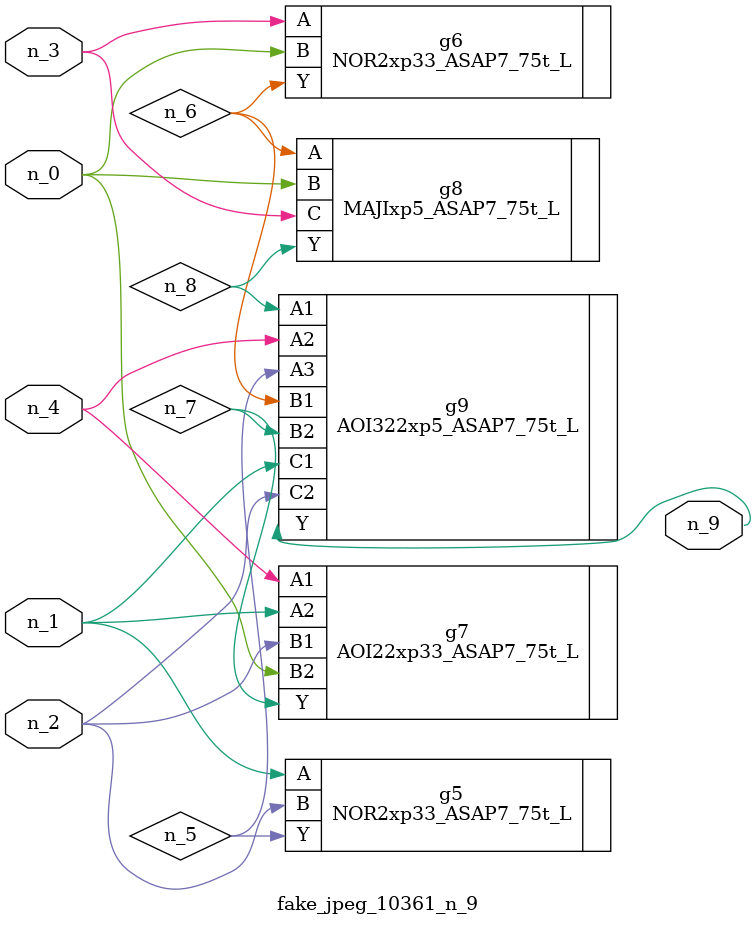
<source format=v>
module fake_jpeg_10361_n_9 (n_3, n_2, n_1, n_0, n_4, n_9);

input n_3;
input n_2;
input n_1;
input n_0;
input n_4;

output n_9;

wire n_8;
wire n_6;
wire n_5;
wire n_7;

NOR2xp33_ASAP7_75t_L g5 ( 
.A(n_1),
.B(n_2),
.Y(n_5)
);

NOR2xp33_ASAP7_75t_L g6 ( 
.A(n_3),
.B(n_0),
.Y(n_6)
);

AOI22xp33_ASAP7_75t_L g7 ( 
.A1(n_4),
.A2(n_1),
.B1(n_2),
.B2(n_0),
.Y(n_7)
);

MAJIxp5_ASAP7_75t_L g8 ( 
.A(n_6),
.B(n_0),
.C(n_3),
.Y(n_8)
);

AOI322xp5_ASAP7_75t_L g9 ( 
.A1(n_8),
.A2(n_4),
.A3(n_5),
.B1(n_6),
.B2(n_7),
.C1(n_1),
.C2(n_2),
.Y(n_9)
);


endmodule
</source>
